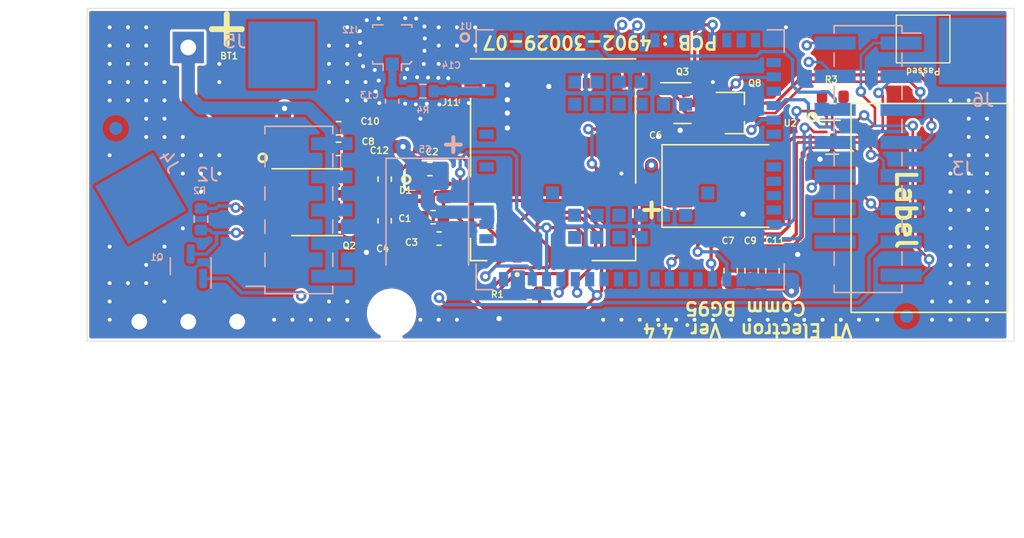
<source format=kicad_pcb>
(kicad_pcb (version 20240108) (generator "pcbnew") (generator_version "8.0")
  (layers (0 "F.Cu" signal) (1 "In1.Cu" signal) (2 "In2.Cu" signal) (31 "B.Cu" signal) (34 "B.Paste" user) (35 "F.Paste" user) (36 "B.SilkS" user "B.Silkscreen") (37 "F.SilkS" user "F.Silkscreen") (38 "B.Mask" user) (39 "F.Mask" user) (44 "Edge.Cuts" user))
  (net 0 "")
  (net 1 "GND")
  (net 5 "/uGND")
  (net 6 "/uRST")
  (net 7 "/uCLK")
  (net 8 "/uData")
  (net 9 "/uVDD")
  (net 10 "/VBAT")
  (net 11 "/uStatus")
  (net 12 "/uPWRKEY")
  (net 13 "/uDTR")
  (net 14 "/TxD")
  (net 15 "/RxD")
  (net 16 "/uDCD")
  (net 17 "/RF_OUT")
  (net 19 "/RXD")
  (net 20 "/TXD")
  (net 21 "/VDD_EXT")
  (net 22 "/DTR")
  (net 23 "/DCD")
  (net 24 "/PWRKEY")
  (net 25 "/Status")
  (net 26 "/Alim")
  (net 31 "Net-(Q1-C)")
  (net 32 "Net-(U2-OE)")
  (net 58 "/+3V6d")
  (net 59 "/+3V3_UC")
  (net 60 "/RF_OUT1")
  (net 62 "/T")
  (net 63 "/R")
  (net 64 "/D+")
  (net 65 "/D-")
  (net 66 "/Vbus")
  (footprint "Capacitor_SMD:C_0603_1608Metric" (layer "F.Cu") (at 30.51 -6.5 180)
    (property "Reference" "C1")
    (property "Value" "33p")
  )
  (footprint "Capacitor_SMD:C_0603_1608Metric" (layer "F.Cu") (at 30.26 -10.19 180)
    (property "Reference" "C2")
    (property "Value" "33p")
  )
  (footprint "Capacitor_SMD:C_0603_1608Metric" (layer "F.Cu") (at 30.9626 -4.86 180)
    (property "Reference" "C3")
    (property "Value" "33p")
  )
  (footprint "Capacitor_SMD:C_0603_1608Metric" (layer "F.Cu") (at 26.797 -6.223 -90)
    (property "Reference" "C4")
    (property "Value" "100n")
  )
  (footprint "Capacitor_Tantalum_SMD:CP_EIA-7361-38_AVX-V_Pad2.18x3.30mm_HandSolder" (layer "F.Cu") (at 52.578 -8.89)
    (property "Reference" "C6")
    (property "Value" "TAJD477K006RNJ")
  )
  (footprint "Capacitor_SMD:C_0603_1608Metric_Pad1.05x0.95mm_HandSolder" (layer "F.Cu") (at 53.3 -2.4 90)
    (property "Reference" "C7")
    (property "Value" "100n")
  )
  (footprint "Capacitor_SMD:C_0603_1608Metric_Pad1.05x0.95mm_HandSolder" (layer "F.Cu") (at 23.2664 -11.7348 180)
    (property "Reference" "C8")
    (property "Value" "100n")
  )
  (footprint "Capacitor_SMD:C_0603_1608Metric_Pad1.05x0.95mm_HandSolder" (layer "F.Cu") (at 54.9 -2.4 90)
    (property "Reference" "C9")
    (property "Value" "33p")
  )
  (footprint "Capacitor_SMD:C_0603_1608Metric_Pad1.05x0.95mm_HandSolder" (layer "F.Cu") (at 23.2664 -13.3096 180)
    (property "Reference" "C10")
    (property "Value" "33p")
  )
  (footprint "Capacitor_SMD:C_0603_1608Metric_Pad1.05x0.95mm_HandSolder" (layer "F.Cu") (at 56.5 -2.4 90)
    (property "Reference" "C11")
    (property "Value" "10p")
  )
  (footprint "Capacitor_SMD:C_0603_1608Metric_Pad1.05x0.95mm_HandSolder" (layer "F.Cu") (at 26.797 -9.412 -90)
    (property "Reference" "C12")
    (property "Value" "10p")
  )
  (footprint "Diode_SMD:SC70-6" (layer "F.Cu") (at 30.51 -8.4 -90)
    (property "Reference" "D1")
    (property "Value" "SMF05C.TCT" (hide yes))
  )
  (footprint "Package_SO:SOIC-8_3.9x4.9mm_P1.27mm" (layer "F.Cu") (at 21.625 -7.65)
    (property "Reference" "Q2")
    (property "Value" "AO4459" (hide yes))
  )
  (footprint "Package_TO_SOT_SMD:SOT-23" (layer "F.Cu") (at 53.594 -14.478)
    (property "Reference" "Q8")
    (property "Value" "DTC143TKAT146")
  )
  (footprint "Resistor_SMD:R_0603_1608Metric" (layer "F.Cu") (at 37.8714 -0.7112 180)
    (property "Reference" "R1")
    (property "Value" "15k")
  )
  (footprint "Connector_Molex:MOLEX_78646-3001" (layer "F.Cu") (at 39.7 -10.9 90)
    (property "Reference" "J11")
    (property "Value" "78646-3001")
  )
  (footprint "Package_DFN_QFN:Texas_R_PUQFN-N12" (layer "F.Cu") (at 61.075 -12.625)
    (property "Reference" "U2")
    (property "Value" "TXB0104RUT" (hide yes))
  )
  (footprint "Resistor_SMD:R_0603_1608Metric" (layer "F.Cu") (at 61.125 -15.725)
    (property "Reference" "R3")
    (property "Value" "4k7")
  )
  (footprint "Battery:HLC1520-3P" (layer "F.Cu") (at 11.75 -19.5 -90)
    (property "Reference" "BT1")
    (property "Value" "HLC1520-3P")
  )
  (footprint "MountingHole:MountingHole_2.5mm  Simpla" (layer "F.Cu") (at 27.3304 0.8636)
    (property "Reference" "H1" (hide yes))
    (property "Value" "MountingHole" (hide yes))
  )
  (footprint "Fiducial:Fiducial_1mm_Mask2mm" (layer "F.Cu") (at 72.2376 -20.2946)
    (property "Reference" "FID1" (hide yes))
    (property "Value" "Fiducial" (hide yes))
  )
  (footprint "Fiducial:Fiducial_1mm_Mask2mm" (layer "F.Cu") (at 6.223 -2.794)
    (property "Reference" "FID4" (hide yes))
    (property "Value" "Fiducial" (hide yes))
  )
  (footprint "Symbol:EtichetaDubla" (layer "F.Cu") (at 68.52 -7.21 -90)
    (property "Reference" "TP1" (hide yes))
    (property "Value" "Eticheta" (hide yes))
  )
  (footprint "Package_TO_SOT_SMD:SOT-23" (layer "F.Cu") (at 49.6085 -15.24)
    (property "Reference" "Q3")
    (property "Value" "DTC143TKAT146")
  )
  (footprint "BG95:XCVR_BG95M3LA-64-SGNS" (layer "B.Cu") (at 45.6 -10.9 -90)
    (property "Reference" "U1")
    (property "Value" "BG95")
  )
  (footprint "Capacitor_Tantalum_SMD:CP_EIA-7361-38_AVX-V_Pad2.18x3.30mm_HandSolder" (layer "B.Cu") (at 30.06 -6.48 -90)
    (property "Reference" "C5")
    (property "Value" "TAJD477K006RNJ")
  )
  (footprint "Connector_Coaxial:U.FL_Molex_MCRF_73412-0110_Vertical" (layer "B.Cu") (at 27.3812 -19.7358 180)
    (property "Reference" "J12")
    (property "Value" "CONUFL001-SMD-T" (hide yes))
  )
  (footprint "Connector_PinHeader_2.54mm:PinHeader_2x08_P2.54mm_Vertical_SMD_MOD" (layer "B.Cu") (at 63.825 -10.95 180)
    (property "Reference" "J3")
    (property "Value" "Conn_02x08_Counter_Clockwise")
  )
  (footprint "TestPoint:TestPoint_Pad_5.1x5.1mm" (layer "B.Cu") (at 18.8976 -18.931 180)
    (property "Reference" "J5")
    (property "Value" "Conn_01x01_Male" (hide yes))
  )
  (footprint "Fiducial:Fiducial_1mm_Mask2mm" (layer "B.Cu") (at 66.7766 1.0922 180)
    (property "Reference" "FID2" (hide yes))
    (property "Value" "Fiducial" (hide yes))
  )
  (footprint "Resistor_SMD:R_0603_1608Metric" (layer "B.Cu") (at 29.725 -16.15)
    (property "Reference" "R4")
    (property "Value" "0")
  )
  (footprint "Connector_PinHeader_2.54mm:PinHeader_2x05_P2.54mm_Vertical_SMD_MOD" (layer "B.Cu") (at 20.225 -7.05)
    (property "Reference" "J2")
    (property "Value" "Conn_02x05_Counter_Clockwise")
  )
  (footprint "Package_TO_SOT_SMD:SOT-23" (layer "B.Cu") (at 11.938 -2.7432 90)
    (property "Reference" "Q1")
    (property "Value" "DTC143TKAT146")
  )
  (footprint "Capacitor_SMD:C_0603_1608Metric" (layer "B.Cu") (at 27.375 -15.375 -90)
    (property "Reference" "C13")
    (property "Value" "DNP")
  )
  (footprint "TestPoint:TestPoint_Pad_5.1x5.1mm" (layer "B.Cu") (at 71.8058 -19.2278 180)
    (property "Reference" "J6")
    (property "Value" "Conn_01x01_Male" (hide yes))
  )
  (footprint "TestPoint:TestPoint_Pad_5.1x5.1mm" (layer "B.Cu") (at 8.1 -7.9502 120)
    (property "Reference" "J4")
    (property "Value" "Conn_01x01_Male" (hide yes))
  )
  (footprint "Resistor_SMD:R_0603_1608Metric" (layer "B.Cu") (at 12.7254 -6.35 -90)
    (property "Reference" "R2")
    (property "Value" "4k7" (hide yes))
  )
  (footprint "Fiducial:Fiducial_1mm_Mask2mm" (layer "B.Cu") (at 6.1976 -13.3096 180)
    (property "Reference" "FID3" (hide yes))
    (property "Value" "Fiducial" (hide yes))
  )
  (footprint "Capacitor_SMD:C_0603_1608Metric" (layer "B.Cu") (at 32 -15.375 -90)
    (property "Reference" "C14")
    (property "Value" "DNP")
  )
  (gr_circle (center 32.9438 -20.2692) (end 33.253847 -20.2692) (stroke (width 0.2)) (fill none) (layer "B.SilkS"))
  (gr_circle (center 28.448 -9.398) (end 28.758047 -9.398) (stroke (width 0.2)) (fill none) (layer "F.SilkS"))
  (gr_circle (center 59.563 -14.1732) (end 59.873047 -14.1732) (stroke (width 0.2)) (fill none) (layer "F.SilkS"))
  (gr_circle (center 17.4498 -11.049) (end 17.759847 -11.049) (stroke (width 0.2)) (fill none) (layer "F.SilkS"))
  (gr_rect (start 65.9826 -21.9776) (end 70.0974 -18.32) (stroke (width 0.1)) (fill none) (layer "F.SilkS"))
  (gr_line (start 4 -22.5) (end 4 3) (stroke (width 0.05)) (layer "Edge.Cuts"))
  (gr_line (start 75 3) (end 4 3) (stroke (width 0.05)) (layer "Edge.Cuts"))
  (gr_line (start 75 3) (end 75 -22.5) (stroke (width 0.05)) (layer "Edge.Cuts"))
  (gr_line (start 75 -22.5) (end 4 -22.5) (stroke (width 0.05)) (layer "Edge.Cuts"))
  (gr_text "+" (at 32.0548 -12.1666 0) (layer "B.SilkS") (effects (font (size 1.5 1.5) (thickness 0.3))))
  (gr_text "PCB : 4902-30029-07" (at 43.3 -19.89 180) (layer "F.SilkS") (effects (font (size 1 1) (thickness 0.2))))
  (gr_text "VT Electron  Ver. 4.4\n\n" (at 54.6 1.36 180) (layer "F.SilkS") (effects (font (size 1 1) (thickness 0.2))))
  (gr_text "Label" (at 66.72 -7.1 270) (layer "F.SilkS") (effects (font (size 1.5 1.5) (thickness 0.3))))
  (gr_text "Passed" (at 68.05 -17.68 180) (layer "F.SilkS") (effects (font (size 0.5 0.5) (thickness 0.1))))
  (gr_text "Comm BG95\n\n" (at 54.44 -0.33 180) (layer "F.SilkS") (effects (font (size 1 1) (thickness 0.2))))
  (gr_text "+" (at 47.244 -7.1628 0) (layer "F.SilkS") (effects (font (size 1.5 1.5) (thickness 0.3))))
  (segment (start 56.25 -3.25) (end 56.3 -3.2) (width 0.25) (layer "F.Cu") (net 1))
  (segment (start 55.7655 -8.2555) (end 54.25 -6.74) (width 0.25) (layer "F.Cu") (net 1))
  (segment (start 60.4066 -10.775) (end 60.25 -10.775) (width 0.25) (layer "F.Cu") (net 1))
  (segment (start 56.5 -3.275) (end 58.055 -3.275) (width 0.25) (layer "F.Cu") (net 1))
  (segment (start 53.3 -3.275) (end 54.875 -3.275) (width 0.25) (layer "F.Cu") (net 1))
  (segment (start 61.075 -11.825) (end 61.075 -11.025) (width 0.25) (layer "F.Cu") (net 1))
  (segment (start 55.7655 -8.89) (end 55.7655 -8.2555) (width 0.25) (layer "F.Cu") (net 1))
  (segment (start 60.825 -10.775) (end 60.4066 -10.775) (width 0.25) (layer "F.Cu") (net 1))
  (segment (start 49.43 -13.15) (end 49.808 -13.528) (width 0.25) (layer "F.Cu") (net 1))
  (segment (start 60.4066 -10.775) (end 60.3196 -10.775) (width 0.25) (layer "F.Cu") (net 1))
  (segment (start 58.432288 -3.647712) (end 58.432288 -3.644211) (width 0.25) (layer "F.Cu") (net 1))
  (segment (start 60.3196 -10.775) (end 60.1472 -10.9474) (width 0.25) (layer "F.Cu") (net 1))
  (segment (start 48.9 -13.15) (end 49.43 -13.15) (width 0.25) (layer "F.Cu") (net 1))
  (segment (start 60.25 -10.775) (end 60.225 -10.8) (width 0.25) (layer "F.Cu") (net 1))
  (segment (start 58.055 -3.275) (end 58.43 -3.65) (width 0.25) (layer "F.Cu") (net 1))
  (segment (start 48.671 -14.29) (end 48.671 -13.379) (width 0.25) (layer "F.Cu") (net 1))
  (segment (start 54.9 -3.275) (end 56.275 -3.275) (width 0.25) (layer "F.Cu") (net 1))
  (segment (start 48.671 -13.379) (end 48.9 -13.15) (width 0.25) (layer "F.Cu") (net 1))
  (segment (start 54.875 -3.275) (end 54.9 -3.25) (width 0.25) (layer "F.Cu") (net 1))
  (segment (start 49.808 -13.528) (end 52.594 -13.528) (width 0.25) (layer "F.Cu") (net 1))
  (segment (start 54.875 -3.275) (end 54.9 -3.3) (width 0.25) (layer "F.Cu") (net 1))
  (segment (start 58.43 -3.65) (end 58.432288 -3.647712) (width 0.25) (layer "F.Cu") (net 1))
  (segment (start 61.075 -11.025) (end 60.825 -10.775) (width 0.25) (layer "F.Cu") (net 1))
  (via (at 30.0228 -15.1892) (size 0.6) (drill 0.3) (layers "F.Cu" "B.Cu") (net 1))
  (via (at 22.533 -0.045394) (size 0.6) (drill 0.3) (layers "F.Cu" "B.Cu") (net 1))
  (via (at 12.733 -9.845394) (size 0.6) (drill 0.3) (layers "F.Cu" "B.Cu") (net 1))
  (via (at 71.533 -8.445394) (size 0.6) (drill 0.3) (layers "F.Cu" "B.Cu") (net 1))
  (via (at 58.933 1.354606) (size 0.6) (drill 0.3) (layers "F.Cu" "B.Cu") (net 1))
  (via (at 39.37 -16.51) (size 0.8) (drill 0.4) (layers "F.Cu" "B.Cu") (net 1))
  (via (at 26.3398 -16.9672) (size 0.6) (drill 0.3) (layers "F.Cu" "B.Cu") (net 1))
  (via (at 11.333 -11.245394) (size 0.6) (drill 0.3) (layers "F.Cu" "B.Cu") (net 1))
  (via (at 30.933 -18.245394) (size 0.6) (drill 0.3) (layers "F.Cu" "B.Cu") (net 1))
  (via (at 70.133 -8.445394) (size 0.6) (drill 0.3) (layers "F.Cu" "B.Cu") (net 1))
  (via (at 70.133 -7.045394) (size 0.6) (drill 0.3) (layers "F.Cu" "B.Cu") (net 1))
  (via (at 58.432288 -3.644211) (size 0.8) (drill 0.4) (layers "F.Cu" "B.Cu") (net 1))
  (via (at 28.5242 -17.8308) (size 0.6) (drill 0.3) (layers "F.Cu" "B.Cu") (net 1))
  (via (at 5.733 -4.245394) (size 0.6) (drill 0.3) (layers "F.Cu" "B.Cu") (net 1))
  (via (at 60.333 1.354606) (size 0.6) (drill 0.3) (layers "F.Cu" "B.Cu") (net 1))
  (via (at 29.533 -14.045394) (size 0.6) (drill 0.3) (layers "F.Cu" "B.Cu") (net 1))
  (via (at 32.333 1.354606) (size 0.6) (drill 0.3) (layers "F.Cu" "B.Cu") (net 1))
  (via (at 36.195 -13.335) (size 0.8) (drill 0.4) (layers "F.Cu" "B.Cu") (net 1))
  (via (at 11.333 -12.645394) (size 0.6) (drill 0.3) (layers "F.Cu" "B.Cu") (net 1))
  (via (at 70.133 -5.645394) (size 0.6) (drill 0.3) (layers "F.Cu" "B.Cu") (net 1))
  (via (at 26.035 -17.78) (size 0.6) (drill 0.3) (layers "F.Cu" "B.Cu") (net 1))
  (via (at 24.9174 -19.8628) (size 0.6) (drill 0.3) (layers "F.Cu" "B.Cu") (net 1))
  (via (at 72.933 -11.245394) (size 0.6) (drill 0.3) (layers "F.Cu" "B.Cu") (net 1))
  (via (at 72.933 1.354606) (size 0.6) (drill 0.3) (layers "F.Cu" "B.Cu") (net 1))
  (via (at 72.933 -4.245394) (size 0.6) (drill 0.3) (layers "F.Cu" "B.Cu") (net 1))
  (via (at 5.733 -11.245394) (size 0.6) (drill 0.3) (layers "F.Cu" "B.Cu") (net 1))
  (via (at 72.933 -9.845394) (size 0.6) (drill 0.3) (layers "F.Cu" "B.Cu") (net 1))
  (via (at 5.733 -21.045394) (size 0.6) (drill 0.3) (layers "F.Cu" "B.Cu") (net 1))
  (via (at 33.733 -21.045394) (size 0.6) (drill 0.3) (layers "F.Cu" "B.Cu") (net 1))
  (via (at 14.133 -18.245394) (size 0.6) (drill 0.3) (layers "F.Cu" "B.Cu") (net 1))
  (via (at 5.733 -19.645394) (size 0.6) (drill 0.3) (layers "F.Cu" "B.Cu") (net 1))
  (via (at 35.56 1.27) (size 0.8) (drill 0.4) (layers "F.Cu" "B.Cu") (net 1))
  (via (at 30.1244 -17.1958) (size 0.6) (drill 0.3) (layers "F.Cu" "B.Cu") (net 1))
  (via (at 29.7942 -18.2372) (size 0.6) (drill 0.3) (layers "F.Cu" "B.Cu") (net 1))
  (via (at 12.733 -8.445394) (size 0.6) (drill 0.3) (layers "F.Cu" "B.Cu") (net 1))
  (via (at 70.133 -11.245394) (size 0.6) (drill 0.3) (layers "F.Cu" "B.Cu") (net 1))
  (via (at 71.533 -1.445394) (size 0.6) (drill 0.3) (layers "F.Cu" "B.Cu") (net 1))
  (via (at 60.1472 -10.9474) (size 0.8) (drill 0.4) (layers "F.Cu" "B.Cu") (net 1))
  (via (at 22.533 -18.245394) (size 0.6) (drill 0.3) (layers "F.Cu" "B.Cu") (net 1))
  (via (at 29.533 1.354606) (size 0.6) (drill 0.3) (layers "F.Cu" "B.Cu") (net 1))
  (via (at 8.533 -16.845394) (size 0.6) (drill 0.3) (layers "F.Cu" "B.Cu") (net 1))
  (via (at 7.133 -21.045394) (size 0.6) (drill 0.3) (layers "F.Cu" "B.Cu") (net 1))
  (via (at 26.3906 -15.24) (size 0.6) (drill 0.3) (layers "F.Cu" "B.Cu") (net 1))
  (via (at 33.733 -19.645394) (size 0.6) (drill 0.3) (layers "F.Cu" "B.Cu") (net 1))
  (via (at 70.133 -9.845394) (size 0.6) (drill 0.3) (layers "F.Cu" "B.Cu") (net 1))
  (via (at 44.933 -9.845394) (size 0.6) (drill 0.3) (layers "F.Cu" "B.Cu") (net 1))
  (via (at 29.2862 -17.2212) (size 0.6) (drill 0.3) (layers "F.Cu" "B.Cu") (net 1))
  (via (at 9.933 -0.045394) (size 0.6) (drill 0.3) (layers "F.Cu" "B.Cu") (net 1))
  (via (at 8.533 -21.045394) (size 0.6) (drill 0.3) (layers "F.Cu" "B.Cu") (net 1))
  (via (at 70.133 1.354606) (size 0.6) (drill 0.3) (layers "F.Cu" "B.Cu") (net 1))
  (via (at 5.733 -1.445394) (size 0.6) (drill 0.3) (layers "F.Cu" "B.Cu") (net 1))
  (via (at 7.133 -1.445394) (size 0.6) (drill 0.3) (layers "F.Cu" "B.Cu") (net 1))
  (via (at 25.333 -16.845394) (size 0.6) (drill 0.3) (layers "F.Cu" "B.Cu") (net 1))
  (via (at 72.933 -5.645394) (size 0.6) (drill 0.3) (layers "F.Cu" "B.Cu") (net 1))
  (via (at 71.533 -9.845394) (size 0.6) (drill 0.3) (layers "F.Cu" "B.Cu") (net 1))
  (via (at 9.933 -15.445394) (size 0.6) (drill 0.3) (layers "F.Cu" "B.Cu") (net 1))
  (via (at 8.533 -15.445394) (size 0.6) (drill 0.3) (layers "F.Cu" "B.Cu") (net 1))
  (via (at 49.133 1.354606) (size 0.6) (drill 0.3) (layers "F.Cu" "B.Cu") (net 1))
  (via (at 14.133 -9.845394) (size 0.6) (drill 0.3) (layers "F.Cu" "B.Cu") (net 1))
  (via (at 57.533 -21.045394) (size 0.6) (drill 0.3) (layers "F.Cu" "B.Cu") (net 1))
  (via (at 31.6738 -17.145) (size 0.6) (drill 0.3) (layers "F.Cu" "B.Cu") (net 1))
  (via (at 8.533 -2.845394) (size 0.6) (drill 0.3) (layers "F.Cu" "B.Cu") (net 1))
  (via (at 28.3718 -15.1892) (size 0.6) (drill 0.3) (layers "F.Cu" "B.Cu") (net 1))
  (via (at 70.133 -0.045394) (size 0.6) (drill 0.3) (layers "F.Cu" "B.Cu") (net 1))
  (via (at 57.533 1.354606) (size 0.6) (drill 0.3) (layers "F.Cu" "B.Cu") (net 1))
  (via (at 9.933 -12.645394) (size 0.6) (drill 0.3) (layers "F.Cu" "B.Cu") (net 1))
  (via (at 25.333 -15.445394) (size 0.6) (drill 0.3) (layers "F.Cu" "B.Cu") (net 1))
  (via (at 32.333 -19.645394) (size 0.6) (drill 0.3) (layers "F.Cu" "B.Cu") (net 1))
  (via (at 72.933 -12.645394) (size 0.6) (drill 0.3) (layers "F.Cu" "B.Cu") (net 1))
  (via (at 36.195 -14.478) (size 0.8) (drill 0.4) (layers "F.Cu" "B.Cu") (net 1))
  (via (at 72.933 -7.045394) (size 0.6) (drill 0.3) (layers "F.Cu" "B.Cu") (net 1))
  (via (at 18.333 1.354606) (size 0.6) (drill 0.3) (layers "F.Cu" "B.Cu") (net 1))
  (via (at 71.533 1.354606) (size 0.6) (drill 0.3) (layers "F.Cu" "B.Cu") (net 1))
  (via (at 43.533 1.354606) (size 0.6) (drill 0.3) (layers "F.Cu" "B.Cu") (net 1))
  (via (at 7.133 -15.445394) (size 0.6) (drill 0.3) (layers "F.Cu" "B.Cu") (net 1))
  (via (at 30.9118 -17.1704) (size 0.6) (drill 0.3) (layers "F.Cu" "B.Cu") (net 1))
  (via (at 8.533 -14.045394) (size 0.6) (drill 0.3) (layers "F.Cu" "B.Cu") (net 1))
  (via (at 63.133 1.354606) (size 0.6) (drill 0.3) (layers "F.Cu" "B.Cu") (net 1))
  (via (at 26.3398 -21.717) (size 0.6) (drill 0.3) (layers "F.Cu" "B.Cu") (net 1))
  (via (at 12.733 -11.245394) (size 0.6) (drill 0.3) (layers "F.Cu" "B.Cu") (net 1))
  (via (at 8.533 -12.645394) (size 0.6) (drill 0.3) (layers "F.Cu" "B.Cu") (net 1))
  (via (at 68.733 1.354606) (size 0.6) (drill 0.3) (layers "F.Cu" "B.Cu") (net 1))
  (via (at 23.933 -16.845394) (size 0.6) (drill 0.3) (layers "F.Cu" "B.Cu") (net 1))
  (via (at 7.133 -18.245394) (size 0.6) (drill 0.3) (layers "F.Cu" "B.Cu") (net 1))
  (via (at 28.3464 -17.1704) (size 0.6) (drill 0.3) (layers "F.Cu" "B.Cu") (net 1))
  (via (at 22.533 1.354606) (size 0.6) (drill 0.3) (layers "F.Cu" "B.Cu") (net 1))
  (via (at 70.133 -1.445394) (size 0.6) (drill 0.3) (layers "F.Cu" "B.Cu") (net 1))
  (via (at 24.892 -18.923) (size 0.6) (drill 0.3) (layers "F.Cu" "B.Cu") (net 1))
  (via (at 7.133 -16.845394) (size 0.6) (drill 0.3) (layers "F.Cu" "B.Cu") (net 1))
  (via (at 8.533 -1.445394) (size 0.6) (drill 0.3) (layers "F.Cu" "B.Cu") (net 1))
  (via (at 71.533 -4.245394) (size 0.6) (drill 0.3) (layers "F.Cu" "B.Cu") (net 1))
  (via (at 23.933 1.354606) (size 0.6) (drill 0.3) (layers "F.Cu" "B.Cu") (net 1))
  (via (at 29.845 -19.2532) (size 0.6) (drill 0.3) (layers "F.Cu" "B.Cu") (net 1))
  (via (at 8.533 -18.245394) (size 0.6) (drill 0.3) (layers "F.Cu" "B.Cu") (net 1))
  (via (at 29.21 -21.717) (size 0.6) (drill 0.3) (layers "F.Cu" "B.Cu") (net 1))
  (via (at 30.933 1.354606) (size 0.6) (drill 0.3) (layers "F.Cu" "B.Cu") (net 1))
  (via (at 8.533 -19.645394) (size 0.6) (drill 0.3) (layers "F.Cu" "B.Cu") (net 1))
  (via (at 24.892 -20.7518) (size 0.6) (drill 0.3) (layers "F.Cu" "B.Cu") (net 1))
  (via (at 30.933 -19.645394) (size 0.6) (drill 0.3) (layers "F.Cu" "B.Cu") (net 1))
  (via (at 14.133 -11.245394) (size 0.6) (drill 0.3) (layers "F.Cu" "B.Cu") (net 1))
  (via (at 11.333 -5.645394) (size 0.6) (drill 0.3) (layers "F.Cu" "B.Cu") (net 1))
  (via (at 14.133 -16.845394) (size 0.6) (drill 0.3) (layers "F.Cu" "B.Cu") (net 1))
  (via (at 30.933 -21.045394) (size 0.6) (drill 0.3) (layers "F.Cu" "B.Cu") (net 1))
  (via (at 71.533 -12.645394) (size 0.6) (drill 0.3) (layers "F.Cu" "B.Cu") (net 1))
  (via (at 25.4 -3.81) (size 0.8) (drill 0.4) (layers "F.Cu" "B.Cu") (net 1))
  (via (at 36.195 -16.637) (size 0.8) (drill 0.4) (layers "F.Cu" "B.Cu") (net 1))
  (via (at 49.43 -13.15) (size 0.8) (drill 0.4) (layers "F.Cu" "B.Cu") (net 1))
  (via (at 36.195 -15.494) (size 0.8) (drill 0.4) (layers "F.Cu" "B.Cu") (net 1))
  (via (at 22.533 -19.645394) (size 0.6) (drill 0.3) (layers "F.Cu" "B.Cu") (net 1))
  (via (at 23.933 -19.645394) (size 0.6) (drill 0.3) (layers "F.Cu" "B.Cu") (net 1))
  (via (at 23.933 -21.045394) (size 0.6) (drill 0.3) (layers "F.Cu" "B.Cu") (net 1))
  (via (at 9.933 -4.245394) (size 0.6) (drill 0.3) (layers "F.Cu" "B.Cu") (net 1))
  (via (at 19.733 1.354606) (size 0.6) (drill 0.3) (layers "F.Cu" "B.Cu") (net 1))
  (via (at 70.133 -15.445394) (size 0.6) (drill 0.3) (layers "F.Cu" "B.Cu") (net 1))
  (via (at 72.933 -14.045394) (size 0.6) (drill 0.3) (layers "F.Cu" "B.Cu") (net 1))
  (via (at 44.933 1.354606) (size 0.6) (drill 0.3) (layers "F.Cu" "B.Cu") (net 1))
  (via (at 32.333 -21.045394) (size 0.6) (drill 0.3) (layers "F.Cu" "B.Cu") (net 1))
  (via (at 72.933 -0.045394) (size 0.6) (drill 0.3) (layers "F.Cu" "B.Cu") (net 1))
  (via (at 21.133 1.354606) (size 0.6) (drill 0.3) (layers "F.Cu" "B.Cu") (net 1))
  (via (at 56.133 1.354606) (size 0.6) (drill 0.3) (layers "F.Cu" "B.Cu") (net 1))
  (via (at 33.2486 -15.24) (size 0.6) (drill 0.3) (layers "F.Cu" "B.Cu") (net 1))
  (via (at 50.533 1.354606) (size 0.6) (drill 0.3) (layers "F.Cu" "B.Cu") (net 1))
  (via (at 71.533 -2.845394) (size 0.6) (drill 0.3) (layers "F.Cu" "B.Cu") (net 1))
  (via (at 25.4254 -21.59) (size 0.6) (drill 0.3) (layers "F.Cu" "B.Cu") (net 1))
  (via (at 5.733 1.354606) (size 0.6) (drill 0.3) (layers "F.Cu" "B.Cu") (net 1))
  (via (at 23.933 -18.245394) (size 0.6) (drill 0.3) (layers "F.Cu" "B.Cu") (net 1))
  (via (at 29.1846 -15.1384) (size 0.6) (drill 0.3) (layers "F.Cu" "B.Cu") (net 1))
  (via (at 71.533 -11.245394) (size 0.6) (drill 0.3) (layers "F.Cu" "B.Cu") (net 1))
  (via (at 71.533 -15.445394) (size 0.6) (drill 0.3) (layers "F.Cu" "B.Cu") (net 1))
  (via (at 5.733 -18.245394) (size 0.6) (drill 0.3) (layers "F.Cu" "B.Cu") (net 1))
  (via (at 29.845 -21.1074) (size 0.6) (drill 0.3) (layers "F.Cu" "B.Cu") (net 1))
  (via (at 26.1112 -16.129) (size 0.6) (drill 0.3) (layers "F.Cu" "B.Cu") (net 1))
  (via (at 47.733 1.354606) (size 0.6) (drill 0.3) (layers "F.Cu" "B.Cu") (net 1))
  (via (at 72.933 -8.445394) (size 0.6) (drill 0.3) (layers "F.Cu" "B.Cu") (net 1))
  (via (at 5.733 -15.445394) (size 0.6) (drill 0.3) (layers "F.Cu" "B.Cu") (net 1))
  (via (at 28.3718 -21.7424) (size 0.6) (drill 0.3) (layers "F.Cu" "B.Cu") (net 1))
  (via (at 54.25 -6.74) (size 0.8) (drill 0.4) (layers "F.Cu" "B.Cu") (net 1))
  (via (at 68.733 -0.045394) (size 0.6) (drill 0.3) (layers "F.Cu" "B.Cu") (net 1))
  (via (at 47.733 -12.645394) (size 0.6) (drill 0.3) (layers "F.Cu" "B.Cu") (net 1))
  (via (at 51.933 1.354606) (size 0.6) (drill 0.3) (layers "F.Cu" "B.Cu") (net 1))
  (via (at 71.533 -14.045394) (size 0.6) (drill 0.3) (layers "F.Cu" "B.Cu") (net 1))
  (via (at 22.533 -16.845394) (size 0.6) (drill 0.3) (layers "F.Cu" "B.Cu") (net 1))
  (via (at 64.533 1.354606) (size 0.6) (drill 0.3) (layers "F.Cu" "B.Cu") (net 1))
  (via (at 29.8704 -20.193) (size 0.6) (drill 0.3) (layers "F.Cu" "B.Cu") (net 1))
  (via (at 9.933 -14.045394) (size 0.6) (drill 0.3) (layers "F.Cu" "B.Cu") (net 1))
  (via (at 9.933 -16.845394) (size 0.6) (drill 0.3) (layers "F.Cu" "B.Cu") (net 1))
  (via (at 54.733 1.354606) (size 0.6) (drill 0.3) (layers "F.Cu" "B.Cu") (net 1))
  (via (at 72.933 -1.445394) (size 0.6) (drill 0.3) (layers "F.Cu" "B.Cu") (net 1))
  (via (at 23.933 -0.045394) (size 0.6) (drill 0.3) (layers "F.Cu" "B.Cu") (net 1))
  (via (at 71.533 -0.045394) (size 0.6) (drill 0.3) (layers "F.Cu" "B.Cu") (net 1))
  (via (at 7.133 -19.645394) (size 0.6) (drill 0.3) (layers "F.Cu" "B.Cu") (net 1))
  (via (at 46.333 1.354606) (size 0.6) (drill 0.3) (layers "F.Cu" "B.Cu") (net 1))
  (via (at 70.133 -2.845394) (size 0.6) (drill 0.3) (layers "F.Cu" "B.Cu") (net 1))
  (via (at 5.733 -16.845394) (size 0.6) (drill 0.3) (layers "F.Cu" "B.Cu") (net 1))
  (via (at 71.533 -7.045394) (size 0.6) (drill 0.3) (layers "F.Cu" "B.Cu") (net 1))
  (via (at 25.146 -18.0594) (size 0.6) (drill 0.3) (layers "F.Cu" "B.Cu") (net 1))
  (via (at 72.933 -2.845394) (size 0.6) (drill 0.3) (layers "F.Cu" "B.Cu") (net 1))
  (via (at 70.133 -4.245394) (size 0.6) (drill 0.3) (layers "F.Cu" "B.Cu") (net 1))
  (via (at 61.733 1.354606) (size 0.6) (drill 0.3) (layers "F.Cu" "B.Cu") (net 1))
  (via (at 5.733 -0.045394) (size 0.6) (drill 0.3) (layers "F.Cu" "B.Cu") (net 1))
  (via (at 30.988 -15.1384) (size 0.6) (drill 0.3) (layers "F.Cu" "B.Cu") (net 1))
  (via (at 11.333 -9.845394) (size 0.6) (drill 0.3) (layers "F.Cu" "B.Cu") (net 1))
  (via (at 53.333 1.354606) (size 0.6) (drill 0.3) (layers "F.Cu" "B.Cu") (net 1))
  (via (at 23.933 -15.445394) (size 0.6) (drill 0.3) (layers "F.Cu" "B.Cu") (net 1))
  (via (at 51.933 -16.845394) (size 0.6) (drill 0.3) (layers "F.Cu" "B.Cu") (net 1))
  (segment (start 33.43 -7.775) (end 35.925 -7.775) (width 0.25) (layer "F.Cu") (net 5))
  (segment (start 35.675 -4.725) (end 34.5 -5.9) (width 0.25) (layer "F.Cu") (net 5))
  (segment (start 43.025 -7.775) (end 43.025 -10.25) (width 0.25) (layer "F.Cu") (net 5))
  (segment (start 42.4 -13.25) (end 45.175 -13.25) (width 0.25) (layer "F.Cu") (net 5))
  (segment (start 28.01 -6.9) (end 28.41 -6.5) (width 0.25) (layer "F.Cu") (net 5))
  (segment (start 34.5 -5.9) (end 33.6 -5.9) (width 0.25) (layer "F.Cu") (net 5))
  (segment (start 29.4725 -10.19) (end 29.4725 -10.9225) (width 0.25) (layer "F.Cu") (net 5))
  (segment (start 36.795 -7.775) (end 43.025 -7.775) (width 0.25) (layer "F.Cu") (net 5))
  (segment (start 45.24 -17.9) (end 45.805 -17.335) (width 0.25) (layer "F.Cu") (net 5))
  (segment (start 28.41 -6.5) (end 29.61 -6.5) (width 0.25) (layer "F.Cu") (net 5))
  (segment (start 28.11 -8.4) (end 28.01 -8.3) (width 0.25) (layer "F.Cu") (net 5))
  (segment (start 27.8995 -7.0105) (end 28.01 -6.9) (width 0.25) (layer "F.Cu") (net 5))
  (segment (start 26.797 -7.0105) (end 27.8995 -7.0105) (width 0.25) (layer "F.Cu") (net 5))
  (segment (start 29.6 -11.05) (end 29.01 -11.05) (width 0.25) (layer "F.Cu") (net 5))
  (segment (start 32.78548 -11.05) (end 29.6 -11.05) (width 0.25) (layer "F.Cu") (net 5))
  (segment (start 45.925 -7.775) (end 46 -7.7) (width 0.25) (layer "F.Cu") (net 5))
  (segment (start 29.4725 -10.9225) (end 29.6 -11.05) (width 0.25) (layer "F.Cu") (net 5))
  (segment (start 35.55 -17.9) (end 45.24 -17.9) (width 0.25) (layer "F.Cu") (net 5))
  (segment (start 46 -7.7) (end 46 -5.8) (width 0.25) (layer "F.Cu") (net 5))
  (segment (start 29.7225 -5.3126) (end 30.1751 -4.86) (width 0.25) (layer "F.Cu") (net 5))
  (segment (start 35.675 -3.605) (end 35.675 -3.135) (width 0.25) (layer "F.Cu") (net 5))
  (segment (start 29.01 -11.05) (end 28.16 -10.2) (width 0.25) (layer "F.Cu") (net 5))
  (segment (start 43.025 -10.25) (end 42.675 -10.6) (width 0.25) (layer "F.Cu") (net 5))
  (segment (start 35.675 -3.605) (end 35.675 -4.725) (width 0.25) (layer "F.Cu") (net 5))
  (segment (start 28.01 -10.05) (end 28.01 -8.3) (width 0.25) (layer "F.Cu") (net 5))
  (segment (start 45.805 -13.88) (end 45.805 -17.335) (width 0.25) (layer "F.Cu") (net 5))
  (segment (start 43.025 -7.775) (end 45.925 -7.775) (width 0.25) (layer "F.Cu") (net 5))
  (segment (start 35.925 -7.775) (end 36.795 -7.775) (width 0.25) (layer "F.Cu") (net 5))
  (segment (start 34.985 -17.335) (end 35.55 -17.9) (width 0.25) (layer "F.Cu") (net 5))
  (segment (start 33.4 -5.9) (end 33.4 -7.8) (width 0.25) (layer "F.Cu") (net 5))
  (segment (start 33.6 -5.9) (end 33.4 -5.9) (width 0.25) (layer "F.Cu") (net 5))
  (segment (start 29.7225 -6.5) (end 29.7225 -5.3126) (width 0.25) (layer "F.Cu") (net 5))
  (segment (start 33.43 -10.40548) (end 32.78548 -11.05) (width 0.25) (layer "F.Cu") (net 5))
  (segment (start 28.01 -6.9) (end 28.01 -8.3) (width 0.25) (layer "F.Cu") (net 5))
  (segment (start 35.675 -3.135) (end 35.675 -3.125) (width 0.25) (layer "F.Cu") (net 5))
  (segment (start 29.56 -8.4) (end 28.11 -8.4) (width 0.25) (layer "F.Cu") (net 5))
  (segment (start 45.175 -13.25) (end 45.805 -13.88) (width 0.25) (layer "F.Cu") (net 5))
  (segment (start 28.16 -10.2) (end 28.01 -10.05) (width 0.25) (layer "F.Cu") (net 5))
  (segment (start 33.595 -17.335) (end 34.985 -17.335) (width 0.25) (layer "F.Cu") (net 5))
  (segment (start 33.43 -7.775) (end 33.43 -10.40548) (width 0.25) (layer "F.Cu") (net 5))
  (segment (start 35.675 -3.125) (end 34.51 -1.96) (width 0.25) (layer "F.Cu") (net 5))
  (via (at 42.675 -10.6) (size 0.8) (drill 0.4) (layers "F.Cu" "B.Cu") (net 5))
  (via (at 34.51 -1.96) (size 0.8) (drill 0.4) (layers "F.Cu" "B.Cu") (net 5))
  (via (at 42.4 -13.25) (size 0.8) (drill 0.4) (layers "F.Cu" "B.Cu") (net 5))
  (segment (start 42.675 -12.975) (end 42.4 -13.25) (width 0.25) (layer "B.Cu") (net 5))
  (segment (start 35.31 -2.76) (end 37.69 -2.76) (width 0.25) (layer "B.Cu") (net 5))
  (segment (start 38.1 -2.35) (end 38.1 -1.75) (width 0.25) (layer "B.Cu") (net 5))
  (segment (start 42.675 -10.6) (end 42.675 -12.975) (width 0.25) (layer "B.Cu") (net 5))
  (segment (start 34.51 -1.96) (end 35.31 -2.76) (width 0.25) (layer "B.Cu") (net 5))
  (segment (start 37.69 -2.76) (end 38.1 -2.35) (width 0.25) (layer "B.Cu") (net 5))
  (segment (start 32.38 -6.5) (end 32.87 -6.01) (width 0.25) (layer "F.Cu") (net 6))
  (segment (start 36.59 -2.63) (end 39.32 -2.63) (width 0.25) (layer "F.Cu") (net 6))
  (segment (start 42.95 -5.38) (end 42.95 -2.980978) (width 0.25) (layer "F.Cu") (net 6))
  (segment (start 32.87 -2.38) (end 34.05 -1.2) (width 0.25) (layer "F.Cu") (net 6))
  (segment (start 41.905489 -6.424511) (end 42.95 -5.38) (width 0.25) (layer "F.Cu") (net 6))
  (segment (start 31.2975 -6.5) (end 31.2975 -7.5875) (width 0.25) (layer "F.Cu") (net 6))
  (segment (start 41.54 -1.570978) (end 41.54 -0.719989) (width 0.25) (layer "F.Cu") (net 6))
  (segment (start 38.475489 -5.104511) (end 38.475489 -6.000103) (width 0.25) (layer "F.Cu") (net 6))
  (segment (start 39.485 -4.095) (end 38.475489 -5.104511) (width 0.25) (layer "F.Cu") (net 6))
  (segment (start 32.87 -6.01) (end 32.87 -2.38) (width 0.25) (layer "F.Cu") (net 6))
  (segment (start 34.05 -1.2) (end 35.16 -1.2) (width 0.25) (layer "F.Cu") (net 6))
  (segment (start 39.485 -3.605) (end 39.485 -4.095) (width 0.25) (layer "F.Cu") (net 6))
  (segment (start 35.16 -1.2) (end 36.59 -2.63) (width 0.25) (layer "F.Cu") (net 6))
  (segment (start 39.32 -2.63) (end 39.485 -2.795) (width 0.25) (layer "F.Cu") (net 6))
  (segment (start 39.485 -2.795) (end 39.485 -3.605) (width 0.25) (layer "F.Cu") (net 6))
  (segment (start 38.899897 -6.424511) (end 41.905489 -6.424511) (width 0.25) (layer "F.Cu") (net 6))
  (segment (start 38.475489 -6.000103) (end 38.899897 -6.424511) (width 0.25) (layer "F.Cu") (net 6))
  (segment (start 31.2975 -6.5) (end 32.38 -6.5) (width 0.25) (layer "F.Cu") (net 6))
  (segment (start 31.2975 -7.5875) (end 31.46 -7.75) (width 0.25) (layer "F.Cu") (net 6))
  (segment (start 42.95 -2.980978) (end 41.54 -1.570978) (width 0.25) (layer "F.Cu") (net 6))
  (via (at 41.54 -0.719989) (size 0.8) (drill 0.4) (layers "F.Cu" "B.Cu") (net 6))
  (segment (start 41.4 -0.67) (end 41.449989 -0.719989) (width 0.25) (layer "B.Cu") (net 6))
  (segment (start 41.4 -1.75) (end 41.4 -0.67) (width 0.25) (layer "B.Cu") (net 6))
  (segment (start 41.449989 -0.719989) (end 41.54 -0.719989) (width 0.25) (layer "B.Cu") (net 6))
  (segment (start 32.33 -9.05) (end 32.58 -9.3) (width 0.25) (layer "F.Cu") (net 7))
  (segment (start 41.5 -5.7) (end 39.2 -5.7) (width 0.25) (layer "F.Cu") (net 7))
  (segment (start 42.025 -5.175) (end 41.5 -5.7) (width 0.25) (layer "F.Cu") (net 7))
  (segment (start 31.46 -9.05) (end 32.33 -9.05) (width 0.25) (layer "F.Cu") (net 7))
  (segment (start 31.0475 -9.4625) (end 31.46 -9.05) (width 0.25) (layer "F.Cu") (net 7))
  (segment (start 31.0475 -10.19) (end 31.0475 -9.4625) (width 0.25) (layer "F.Cu") (net 7))
  (segment (start 42.025 -3.605) (end 42.025 -5.175) (width 0.25) (layer "F.Cu") (net 7))
  (segment (start 32.58 -9.3) (end 32.58 -9.9) (width 0.25) (layer "F.Cu") (net 7))
  (via (at 32.58 -9.9) (size 0.8) (drill 0.4) (layers "F.Cu" "B.Cu") (net 7))
  (via (at 39.2 -5.7) (size 0.8) (drill 0.4) (layers "F.Cu" "B.Cu") (net 7))
  (segment (start 36.91 -7.14) (end 38.35 -5.7) (width 0.25) (layer "B.Cu") (net 7))
  (segment (start 36.53 -11.5) (end 36.91 -11.12) (width 0.25) (layer "B.Cu") (net 7))
  (segment (start 32.58 -9.9) (end 32.58 -10.94) (width 0.25) (layer "B.Cu") (net 7))
  (segment (start 32.58 -10.94) (end 33.14 -11.5) (width 0.25) (layer "B.Cu") (net 7))
  (segment (start 33.14 -11.5) (end 36.53 -11.5) (width 0.25) (layer "B.Cu") (net 7))
  (segment (start 36.91 -11.12) (end 36.91 -7.14) (width 0.25) (layer "B.Cu") (net 7))
  (segment (start 39.2 -1.9) (end 39.3 -1.8) (width 0.25) (layer "B.Cu") (net 7))
  (segment (start 39.2 -5.7) (end 39.2 -1.9) (width 0.25) (layer "B.Cu") (net 7))
  (segment (start 38.35 -5.7) (end 39.2 -5.7) (width 0.25) (layer "B.Cu") (net 7))
  (segment (start 40.50048 -2.18048) (end 37.18168 -2.18048) (width 0.25) (layer "F.Cu") (net 8))
  (segment (start 31.7501 -2.8701) (end 31.7501 -4.86) (width 0.25) (layer "F.Cu") (net 8))
  (segment (start 37.0839 -2.0827) (end 37.18168 -2.18048) (width 0.25) (layer "F.Cu") (net 8))
  (segment (start 40.13 -0.72) (end 40.755 -1.345) (width 0.25) (layer "F.Cu") (net 8))
  (segment (start 40.755 -2.435) (end 40.50048 -2.18048) (width 0.25) (layer "F.Cu") (net 8))
  (segment (start 40.755 -2.435) (end 40.755 -3.605) (width 0.25) (layer "F.Cu") (net 8))
  (segment (start 36.84048 -2.18048) (end 35.41 -0.75) (width 0.25) (layer "F.Cu") (net 8))
  (segment (start 31.46 -8.4) (end 30.81 -8.4) (width 0.25) (layer "F.Cu") (net 8))
  (segment (start 30.81 -8.4) (end 30.52 -8.11) (width 0.25) (layer "F.Cu") (net 8))
  (segment (start 30.8102 -5.5626) (end 31.3436 -5.5626) (width 0.25) (layer "F.Cu") (net 8))
  (segment (start 33.864283 -0.75) (end 32.42048 -2.193803) (width 0.25) (layer "F.Cu") (net 8))
  (segment (start 37.0839 -0.7112) (end 37.0839 -2.0827) (width 0.25) (layer "F.Cu") (net 8))
  (segment (start 30.52 -8.11) (end 30.52 -5.8528) (width 0.25) (layer "F.Cu") (net 8))
  (segment (start 31.7501 -5.1561) (end 31.7501 -4.86) (width 0.25) (layer "F.Cu") (net 8))
  (segment (start 32.42048 -2.19972) (end 31.7501 -2.8701) (width 0.25) (layer "F.Cu") (net 8))
  (segment (start 31.3436 -5.5626) (end 31.7501 -5.1561) (width 0.25) (layer "F.Cu") (net 8))
  (segment (start 40.755 -1.345) (end 40.755 -2.435) (width 0.25) (layer "F.Cu") (net 8))
  (segment (start 32.42048 -2.193803) (end 32.42048 -2.19972) (width 0.25) (layer "F.Cu") (net 8))
  (segment (start 30.52 -5.8528) (end 30.8102 -5.5626) (width 0.25) (layer "F.Cu") (net 8))
  (segment (start 35.41 -0.75) (end 33.864283 -0.75) (width 0.25) (layer "F.Cu") (net 8))
  (segment (start 37.18168 -2.18048) (end 36.84048 -2.18048) (width 0.25) (layer "F.Cu") (net 8))
  (via (at 40.13 -0.72) (size 0.8) (drill 0.4) (layers "F.Cu" "B.Cu") (net 8))
  (segment (start 40.3 -1.75) (end 40.3 -0.89) (width 0.25) (layer "B.Cu") (net 8))
  (segment (start 40.3 -0.89) (end 40.13 -0.72) (width 0.25) (layer "B.Cu") (net 8))
  (segment (start 38.6589 0.3303) (end 38.7604 0.4318) (width 0.25) (layer "F.Cu") (net 9))
  (segment (start 43.07 -0.53) (end 43.41 -0.87) (width 0.25) (layer "F.Cu") (net 9))
  (segment (start 38.7604 0.4318) (end 42.1082 0.4318) (width 0.25) (layer "F.Cu") (net 9))
  (segment (start 29.6926 -3.937) (end 28.1941 -5.4355) (width 0.25) (layer "F.Cu") (net 9))
  (segment (start 28.1941 -5.4355) (end 26.797 -5.4355) (width 0.25) (layer "F.Cu") (net 9))
  (segment (start 36.945 -5.945) (end 36.945 -3.605) (width 0.25) (layer "F.Cu") (net 9))
  (segment (start 31.1912 -3.5052) (end 30.7594 -3.937) (width 0.25) (layer "F.Cu") (net 9))
  (segment (start 31.1912 -2.7432) (end 31.1912 -3.5052) (width 0.25) (layer "F.Cu") (net 9))
  (segment (start 30.7594 -3.937) (end 29.6926 -3.937) (width 0.25) (layer "F.Cu") (net 9))
  (segment (start 43.41 -0.87) (end 43.41 -5.61) (width 0.25) (layer "F.Cu") (net 9))
  (segment (start 37.874031 -6.874031) (end 36.945 -5.945) (width 0.25) (layer "F.Cu") (net 9))
  (segment (start 42.1082 0.4318) (end 43.07 -0.53) (width 0.25) (layer "F.Cu") (net 9))
  (segment (start 34.3662 0.4318) (end 31.1912 -2.7432) (width 0.25) (layer "F.Cu") (net 9))
  (segment (start 38.6589 -0.7112) (end 38.6589 0.3303) (width 0.25) (layer "F.Cu") (net 9))
  (segment (start 43.41 -5.61) (end 42.145969 -6.874031) (width 0.25) (layer "F.Cu") (net 9))
  (segment (start 38.7604 0.4318) (end 34.3662 0.4318) (width 0.25) (layer "F.Cu") (net 9))
  (segment (start 42.145969 -6.874031) (end 37.874031 -6.874031) (width 0.25) (layer "F.Cu") (net 9))
  (via (at 43.07 -0.53) (size 0.8) (drill 0.4) (layers "F.Cu" "B.Cu") (net 9))
  (segment (start 42.5 -1.75) (end 42.5 -1.1) (width 0.25) (layer "B.Cu") (net 9))
  (segment (start 42.5 -1.1) (end 43.07 -0.53) (width 0.25) (layer "B.Cu") (net 9))
  (segment (start 24.1 -7.015) (end 24.1 -5.745) (width 1) (layer "F.Cu") (net 10))
  (segment (start 26.835 -10.325) (end 26.797 -10.287) (width 1) (layer "F.Cu") (net 10))
  (segment (start 26.835 -11.9) (end 26.835 -10.325) (width 1) (layer "F.Cu") (net 10))
  (segment (start 28.2 -11.9) (end 26.835 -11.9) (width 1) (layer "F.Cu") (net 10))
  (segment (start 47.23398 -10.49102) (end 47.23398 -9.40802) (width 1) (layer "F.Cu") (net 10))
  (segment (start 24.1414 -11.7348) (end 24.1414 -13.3096) (width 1) (layer "F.Cu") (net 10))
  (segment (start 47.752 -8.89) (end 49.3905 -8.89) (width 1) (layer "F.Cu") (net 10))
  (segment (start 24.1 -9.555) (end 24.1 -8.285) (width 1) (layer "F.Cu") (net 10))
  (segment (start 26.835 -11.9) (end 24.3066 -11.9) (width 1) (layer "F.Cu") (net 10))
  (segment (start 24.1 -9.555) (end 24.1 -11.6934) (width 1) (layer "F.Cu") (net 10))
  (segment (start 47.23398 -9.40802) (end 47.752 -8.89) (width 1) (layer "F.Cu") (net 10))
  (segment (start 53.3 -1.525) (end 54.475 -1.525) (width 1) (layer "F.Cu") (net 10))
  (segment (start 56.5 -1.525) (end 57.265 -1.525) (width 1) (layer "F.Cu") (net 10))
  (segment (start 57.265 -1.525) (end 57.96 -0.83) (width 1) (layer "F.Cu") (net 10))
  (segment (start 53.3 -1.525) (end 56.5 -1.525) (width 1) (layer "F.Cu") (net 10))
  (segment (start 24.1 -11.6934) (end 24.1414 -11.7348) (width 1) (layer "F.Cu") (net 10))
  (segment (start 24.1 -8.285) (end 24.1 -7.015) (width 1) (layer "F.Cu") (net 10))
  (segment (start 54.475 -1.525) (end 54.5 -1.5) (width 1) (layer "F.Cu") (net 10))
  (segment (start 54.825 -1.525) (end 54.9 -1.6) (width 1) (layer "F.Cu") (net 10))
  (segment (start 24.3066 -11.9) (end 24.1414 -11.7348) (width 1) (layer "F.Cu") (net 10))
  (via (at 57.96 -0.83) (size 0.8) (drill 0.4) (layers "F.Cu" "B.Cu") (net 10))
  (via (at 47.23398 -10.49102) (size 0.8) (drill 0.4) (layers "F.Cu" "B.Cu") (net 10))
  (via (at 28.2 -11.9) (size 1.2) (drill 0.4) (layers "F.Cu" "B.Cu") (net 10))
  (segment (start 54.35 -1.75) (end 54.3 -1.7) (width 1) (layer "B.Cu") (net 10))
  (segment (start 30.06 -7.52) (end 30.06 -9.6675) (width 1) (layer "B.Cu") (net 10))
  (segment (start 30.680001 -6.899999) (end 30.06 -7.52) (width 1) (layer "B.Cu") (net 10))
  (segment (start 28.2 -11.9) (end 28.2 -11.5275) (width 1) (layer "B.Cu") (net 10))
  (segment (start 55.2 -1.75) (end 54.35 -1.75) (width 1) (layer "B.Cu") (net 10))
  (segment (start 34.7 -6.2) (end 34.7 -6.899999) (width 1) (layer "B.Cu") (net 10))
  (segment (start 34.7 -6.899999) (end 30.680001 -6.899999) (width 1) (layer "B.Cu") (net 10))
  (segment (start 28.2 -11.5275) (end 30.06 -9.6675) (width 1) (layer "B.Cu") (net 10))
  (segment (start 55.2 -1.75) (end 58.05 -1.75) (width 1) (layer "B.Cu") (net 10))
  (segment (start 58.05 -1.75) (end 58.05 -0.92) (width 1) (layer "B.Cu") (net 10))
  (segment (start 58.05 -0.92) (end 57.96 -0.83) (width 1) (layer "B.Cu") (net 10))
  (segment (start 67.05 -16.875) (end 67.825 -16.1) (width 0.2) (layer "F.Cu") (net 11))
  (segment (start 59.125 -16.875) (end 67.05 -16.875) (width 0.2) (layer "F.Cu") (net 11))
  (segment (start 54.594 -14.478) (end 56.728 -14.478) (width 0.2) (layer "F.Cu") (net 11))
  (segment (start 56.728 -14.478) (end 59.125 -16.875) (width 0.2) (layer "F.Cu") (net 11))
  (via (at 67.825 -16.1) (size 0.8) (drill 0.4) (layers "F.Cu" "B.Cu") (net 11))
  (segment (start 67.21 -14.76) (end 67.825 -15.375) (width 0.2) (layer "B.Cu") (net 11))
  (segment (start 67.825 -15.375) (end 67.825 -16.1) (width 0.2) (layer "B.Cu") (net 11))
  (segment (start 66.35 -14.76) (end 67.21 -14.76) (width 0.2) (layer "B.Cu") (net 11))
  (segment (start 48.671 -16.19) (end 49.48398 -15.37702) (width 0.25) (layer "F.Cu") (net 12))
  (segment (start 58.9 -17.4) (end 67.75 -17.4) (width 0.25) (layer "F.Cu") (net 12))
  (segment (start 67.75 -17.4) (end 68.675 -16.475) (width 0.25) (layer "F.Cu") (net 12))
  (segment (start 56.74 -15.24) (end 58.9 -17.4) (width 0.25) (layer "F.Cu") (net 12))
  (segment (start 49.48398 -15.37702) (end 49.48398 -14.893448) (width 0.25) (layer "F.Cu") (net 12))
  (segment (start 49.899428 -14.478) (end 52.860511 -14.478) (width 0.25) (layer "F.Cu") (net 12))
  (segment (start 52.860511 -14.478) (end 53.086 -14.703489) (width 0.25) (layer "F.Cu") (net 12))
  (segment (start 53.848 -15.24) (end 56.74 -15.24) (width 0.25) (layer "F.Cu") (net 12))
  (segment (start 49.48398 -14.893448) (end 49.899428 -14.478) (width 0.25) (layer "F.Cu") (net 12))
  (segment (start 53.086 -14.703489) (end 53.311489 -14.703489) (width 0.25) (layer "F.Cu") (net 12))
  (segment (start 68.675 -16.475) (end 68.675 -13.5) (width 0.25) (layer "F.Cu") (net 12))
  (segment (start 53.311489 -14.703489) (end 53.848 -15.24) (width 0.25) (layer "F.Cu") (net 12))
  (via (at 68.675 -13.5) (size 0.8) (drill 0.4) (layers "F.Cu" "B.Cu") (net 12))
  (segment (start 68.7 -13.475) (end 68.675 -13.5) (width 0.2) (layer "B.Cu") (net 12))
  (segment (start 66.35 -12.22) (end 68.17 -12.22) (width 0.2) (layer "B.Cu") (net 12))
  (segment (start 68.7 -12.75) (end 68.7 -13.475) (width 0.2) (layer "B.Cu") (net 12))
  (segment (start 68.17 -12.22) (end 68.7 -12.75) (width 0.2) (layer "B.Cu") (net 12))
  (segment (start 64.1 -13.425) (end 63.475 -13.425) (width 0.2) (layer "F.Cu") (net 13))
  (segment (start 64.35 -14.875) (end 64.35 -13.675) (width 0.2) (layer "F.Cu") (net 13))
  (segment (start 63.475 -13.425) (end 63.075 -13.025) (width 0.2) (layer "F.Cu") (net 13))
  (segment (start 64.35 -13.675) (end 64.1 -13.425) (width 0.2) (layer "F.Cu") (net 13))
  (segment (start 63.975 -15.25) (end 64.35 -14.875) (width 0.2) (layer "F.Cu") (net 13))
  (segment (start 63.975 -15.25) (end 63.275 -15.95) (width 0.2) (layer "F.Cu") (net 13))
  (segment (start 63.075 -13.025) (end 61.725 -13.025) (width 0.2) (layer "F.Cu") (net 13))
  (segment (start 63.275 -15.95) (end 63.275 -16.125) (width 0.2) (layer "F.Cu") (net 13))
  (via (at 63.275 -16.125) (size 0.8) (drill 0.4) (layers "F.Cu" "B.Cu") (net 13))
  (segment (start 64.215 -19.84) (end 66.35 -19.84) (width 0.2) (layer "B.Cu") (net 13))
  (segment (start 63.275 -16.125) (end 63.275 -18.9) (width 0.2) (layer "B.Cu") (net 13))
  (segment (start 63.275 -18.9) (end 64.215 -19.84) (width 0.2) (layer "B.Cu") (net 13))
  (segment (start 61.725 -12.225) (end 63.6 -12.225) (width 0.2) (layer "F.Cu") (net 14))
  (segment (start 64.05 -11.775) (end 64.05 -11.275) (width 0.2) (layer "F.Cu") (net 14))
  (segment (start 63.6 -12.225) (end 64.05 -11.775) (width 0.2) (layer "F.Cu") (net 14))
  (via (at 64.05 -11.275) (size 0.8) (drill 0.4) (layers "F.Cu" "B.Cu") (net 14))
  (segment (start 65 -10.225) (end 65 -10.825) (width 0.2) (layer "B.Cu") (net 14))
  (segment (start 64.55 -11.275) (end 64.05 -11.275) (width 0.2) (layer "B.Cu") (net 14))
  (segment (start 65 -10.825) (end 64.55 -11.275) (width 0.2) (layer "B.Cu") (net 14))
  (segment (start 65.545 -9.68) (end 65 -10.225) (width 0.2) (layer "B.Cu") (net 14))
  (segment (start 66.35 -9.68) (end 65.545 -9.68) (width 0.2) (layer "B.Cu") (net 14))
  (segment (start 63.175 -11.275) (end 63.175 -8.425) (width 0.2) (layer "F.Cu") (net 15))
  (segment (start 61.725 -11.825) (end 62.625 -11.825) (width 0.2) (layer "F.Cu") (net 15))
  (segment (start 63.175 -8.425) (end 64.05 -7.55) (width 0.2) (layer "F.Cu") (net 15))
  (segment (start 62.625 -11.825) (end 63.175 -11.275) (width 0.2) (layer "F.Cu") (net 15))
  (via (at 64.05 -7.55) (size 0.8) (drill 0.4) (layers "F.Cu" "B.Cu") (net 15))
  (segment (start 64.46 -7.14) (end 64.05 -7.55) (width 0.2) (layer "B.Cu") (net 15))
  (segment (start 66.35 -7.14) (end 64.46 -7.14) (width 0.2) (layer "B.Cu") (net 15))
  (segment (start 61.725 -12.625) (end 64.35 -12.625) (width 0.2) (layer "F.Cu") (net 16))
  (segment (start 64.95 -15.8) (end 64.725 -16.025) (width 0.2) (layer "F.Cu") (net 16))
  (segment (start 64.35 -12.625) (end 64.95 -13.225) (width 0.2) (layer "F.Cu") (net 16))
  (segment (start 64.725 -16.025) (end 64.625 -16.025) (width 0.2) (layer "F.Cu") (net 16))
  (segment (start 64.95 -13.225) (end 64.95 -15.8) (width 0.2) (layer "F.Cu") (net 16))
  (via (at 64.625 -16.025) (size 0.8) (drill 0.4) (layers "F.Cu" "B.Cu") (net 16))
  (segment (start 65.9 -17.3) (end 66.35 -17.3) (width 0.2) (layer "B.Cu") (net 16))
  (segment (start 64.625 -16.025) (end 65.9 -17.3) (width 0.2) (layer "B.Cu") (net 16))
  (segment (start 32 -16.15) (end 30.55 -16.15) (width 0.625) (layer "B.Cu") (net 17))
  (segment (start 34.6 -16.15) (end 32 -16.15) (width 0.625) (layer "B.Cu") (net 17))
  (segment (start 57.85 -4.75) (end 58.325 -5.225) (width 0.25) (layer "F.Cu") (net 19))
  (segment (start 58.325 -5.225) (end 58.325 -12.1) (width 0.25) (layer "F.Cu") (net 19))
  (segment (start 58.45 -12.225) (end 58.325 -12.1) (width 0.2) (layer "F.Cu") (net 19))
  (segment (start 60.425 -12.225) (end 58.45 -12.225) (width 0.2) (layer "F.Cu") (net 19))
  (segment (start 50.775 -3.85) (end 50.775 -4.35) (width 0.25) (layer "F.Cu") (net 19))
  (segment (start 51.175 -4.75) (end 57.85 -4.75) (width 0.25) (layer "F.Cu") (net 19))
  (segment (start 50.775 -4.35) (end 51.175 -4.75) (width 0.25) (layer "F.Cu") (net 19))
  (via (at 50.775 -3.85) (size 0.8) (drill 0.4) (layers "F.Cu" "B.Cu") (net 19))
  (segment (start 53 -1.75) (end 53 -2.95) (width 0.25) (layer "B.Cu") (net 19))
  (segment (start 53 -2.95) (end 52.1 -3.85) (width 0.25) (layer "B.Cu") (net 19))
  (segment (start 52.1 -3.85) (end 50.775 -3.85) (width 0.25) (layer "B.Cu") (net 19))
  (segment (start 60.425 -11.825) (end 59.2 -11.825) (width 0.2) (layer "F.Cu") (net 20))
  (segment (start 59.2 -11.825) (end 58.825 -11.45) (width 0.2) (layer "F.Cu") (net 20))
  (segment (start 58.787699 -5.012699) (end 58.787699 -11.412699) (width 0.25) (layer "F.Cu") (net 20))
  (segment (start 58.075 -4.3) (end 58.787699 -5.012699) (width 0.25) (layer "F.Cu") (net 20))
  (segment (start 51.8 -2.95) (end 51.8 -4.175) (width 0.25) (layer "F.Cu") (net 20))
  (segment (start 51.925 -4.3) (end 58.075 -4.3) (width 0.25) (layer "F.Cu") (net 20))
  (segment (start 58.787699 -11.412699) (end 58.825 -11.45) (width 0.25) (layer "F.Cu") (net 20))
  (segment (start 51.8 -4.175) (end 51.925 -4.3) (width 0.25) (layer "F.Cu") (net 20))
  (via (at 51.8 -2.95) (size 0.8) (drill 0.4) (layers "F.Cu" "B.Cu") (net 20))
  (segment (start 51.9 -2.85) (end 51.8 -2.95) (width 0.25) (layer "B.Cu") (net 20))
  (segment (start 51.9 -1.75) (end 51.9 -2.85) (width 0.25) (layer "B.Cu") (net 20))
  (segment (start 60.225 -14.625) (end 60.025 -14.625) (width 0.2) (layer "F.Cu") (net 21))
  (segment (start 60.3 -15.725) (end 60.025 -15.45) (width 0.2) (layer "F.Cu") (net 21))
  (segment (start 60.025 -15.45) (end 60.025 -14.625) (width 0.2) (layer "F.Cu") (net 21))
  (segment (start 60.65 -14.2) (end 60.225 -14.625) (width 0.2) (layer "F.Cu") (net 21))
  (segment (start 60.65 -13.6) (end 60.65 -14.2) (width 0.2) (layer "F.Cu") (net 21))
  (segment (start 60.025 -14.625) (end 58.35 -14.625) (width 0.2) (layer "F.Cu") (net 21))
  (via (at 58.35 -14.625) (size 0.8) (drill 0.4) (layers "F.Cu" "B.Cu") (net 21))
  (segment (start 58.166 -6.35) (end 57.766 -5.95) (width 0.25) (layer "B.Cu") (net 21))
  (segment (start 57.766 -5.95) (end 56.6 -5.95) (width 0.25) (layer "B.Cu") (net 21))
  (segment (start 58.35 -13.825) (end 58.166001 -13.641001) (width 0.25) (layer "B.Cu") (net 21))
  (segment (start 58.166001 -13.641001) (end 58.166 -6.35) (width 0.25) (layer "B.Cu") (net 21))
  (segment (start 58.35 -14.625) (end 58.35 -13.825) (width 0.25) (layer "B.Cu") (net 21))
  (segment (start 59.35 -13.35) (end 58.975 -13.35) (width 0.2) (layer "F.Cu") (net 22))
  (segment (start 59.675 -13.025) (end 59.35 -13.35) (width 0.2) (layer "F.Cu") (net 22))
  (segment (start 60.425 -13.025) (end 59.675 -13.025) (width 0.2) (layer "F.Cu") (net 22))
  (via (at 58.975 -13.35) (size 0.8) (drill 0.4) (layers "F.Cu" "B.Cu") (net 22))
  (segment (start 58.928 -13.303) (end 58.928 -11.176) (width 0.25) (layer "B.Cu") (net 22))
  (segment (start 58.674 -10.922) (end 58.674 -5.08) (width 0.25) (layer "B.Cu") (net 22))
  (segment (start 58.674 -5.08) (end 58.444 -4.85) (width 0.25) (layer "B.Cu") (net 22))
  (segment (start 58.444 -4.85) (end 56.6 -4.85) (width 0.25) (layer "B.Cu") (net 22))
  (segment (start 58.928 -11.176) (end 58.674 -10.922) (width 0.25) (layer "B.Cu") (net 22))
  (segment (start 58.975 -13.35) (end 58.928 -13.303) (width 0.25) (layer "B.Cu") (net 22))
  (segment (start 57.77496 -12.29996) (end 58 -12.525) (width 0.25) (layer "F.Cu") (net 23))
  (segment (start 50.93704 -5.21704) (end 57.16696 -5.21704) (width 0.25) (layer "F.Cu") (net 23))
  (segment (start 60.425 -12.625) (end 58.1 -12.625) (width 0.2) (layer "F.Cu") (net 23))
  (segment (start 48.768 -3.048) (end 50.93704 -5.21704) (width 0.25) (layer "F.Cu") (net 23))
  (segment (start 57.16696 -5.21704) (end 57.77496 -5.82504) (width 0.25) (layer "F.Cu") (net 23))
  (segment (start 58.1 -12.625) (end 58 -12.525) (width 0.2) (layer "F.Cu") (net 23))
  (segment (start 57.77496 -5.82504) (end 57.77496 -12.29996) (width 0.25) (layer "F.Cu") (net 23))
  (via (at 48.768 -3.048) (size 0.8) (drill 0.4) (layers "F.Cu" "B.Cu") (net 23))
  (segment (start 48.6 -2.88) (end 48.768 -3.048) (width 0.25) (layer "B.Cu") (net 23))
  (segment (start 48.6 -1.75) (end 48.6 -2.88) (width 0.25) (layer "B.Cu") (net 23))
  (segment (start 51.1302 -21.2344) (end 51.9176 -21.2344) (width 0.25) (layer "F.Cu") (net 24))
  (segment (start 50.546 -20.6502) (end 51.1302 -21.2344) (width 0.25) (layer "F.Cu") (net 24))
  (segment (start 50.546 -15.24) (end 50.546 -20.6502) (width 0.25) (layer "F.Cu") (net 24))
  (via (at 51.9176 -21.2344) (size 0.8) (drill 0.4) (layers "F.Cu" "B.Cu") (net 24))
  (segment (start 51.9 -21.2168) (end 51.9176 -21.2344) (width 0.25) (layer "B.Cu") (net 24))
  (segment (start 51.9 -20.05) (end 51.9 -21.2168) (width 0.25) (layer "B.Cu") (net 24))
  (segment (start 52.594 -15.637) (end 53.6956 -16.7386) (width 0.25) (layer "F.Cu") (net 25))
  (segment (start 52.594 -15.428) (end 52.594 -15.637) (width 0.25) (layer "F.Cu") (net 25))
  (via (at 53.6956 -16.7386) (size 0.8) (drill 0.4) (layers "F.Cu" "B.Cu") (net 25))
  (segment (start 54.157 -17.2) (end 53.6956 -16.7386) (width 0.25) (layer "B.Cu") (net 25))
  (segment (start 56.6 -17.2) (end 54.157 -17.2) (width 0.25) (layer "B.Cu") (net 25))
  (via (at 20.4 -0.475) (size 0.8) (drill 0.4) (layers "F.Cu" "B.Cu") (net 26))
  (via (at 30.9626 -0.3302) (size 0.8) (drill 0.4) (layers "F.Cu" "B.Cu") (net 26))
  (segment (start 20.1638 -0.7112) (end 20.4 -0.475) (width 0.25) (layer "B.Cu") (net 26))
  (segment (start 43.525 0.05) (end 43.375 0.2) (width 0.25) (layer "B.Cu") (net 26))
  (segment (start 65.05 -4.6) (end 63.9 -3.45) (width 0.25) (layer "B.Cu") (net 26))
  (segment (start 63.9 -3.45) (end 63.9 -0.725) (width 0.25) (layer "B.Cu") (net 26))
  (segment (start 43.375 0.2) (end 34.3122 0.2) (width 0.25) (layer "B.Cu") (net 26))
  (segment (start 31.4928 0.2) (end 30.9626 -0.3302) (width 0.25) (layer "B.Cu") (net 26))
  (segment (start 14.7551 -1.8057) (end 15.8496 -0.7112) (width 0.25) (layer "B.Cu") (net 26))
  (segment (start 63.9 -0.725) (end 63.125 0.05) (width 0.25) (layer "B.Cu") (net 26))
  (segment (start 12.888 -1.8057) (end 14.7551 -1.8057) (width 0.25) (layer "B.Cu") (net 26))
  (segment (start 63.125 0.05) (end 43.525 0.05) (width 0.25) (layer "B.Cu") (net 26))
  (segment (start 15.8496 -0.7112) (end 20.1638 -0.7112) (width 0.25) (layer "B.Cu") (net 26))
  (segment (start 66.35 -4.6) (end 65.05 -4.6) (width 0.25) (layer "B.Cu") (net 26))
  (segment (start 34.3122 0.2) (end 31.4928 0.2) (width 0.25) (layer "B.Cu") (net 26))
  (segment (start 15.43 -5.2964) (end 15.4178 -5.3086) (width 0.25) (layer "F.Cu") (net 31))
  (segment (start 19.15 -5.745) (end 17.3396 -5.745) (width 0.25) (layer "F.Cu") (net 31))
  (segment (start 16.891 -5.2964) (end 15.43 -5.2964) (width 0.25) (layer "F.Cu") (net 31))
  (segment (start 17.3396 -5.745) (end 16.891 -5.2964) (width 0.25) (layer "F.Cu") (net 31))
  (via (at 15.4178 -5.3086) (size 0.8) (drill 0.4) (layers "F.Cu" "B.Cu") (net 31))
  (segment (start 11.938 -3.6807) (end 13.1295 -3.6807) (width 0.25) (layer "B.Cu") (net 31))
  (segment (start 13.6144 -5.3086) (end 13.9192 -5.3086) (width 0.25) (layer "B.Cu") (net 31))
  (segment (start 13.9192 -4.4704) (end 13.9192 -5.3086) (width 0.25) (layer "B.Cu") (net 31))
  (segment (start 12.7254 -5.525) (end 13.398 -5.525) (width 0.25) (layer "B.Cu") (net 31))
  (segment (start 13.398 -5.525) (end 13.6144 -5.3086) (width 0.25) (layer "B.Cu") (net 31))
  (segment (start 13.1295 -3.6807) (end 13.9192 -4.4704) (width 0.25) (layer "B.Cu") (net 31))
  (segment (start 13.9192 -5.3086) (end 15.4178 -5.3086) (width 0.25) (layer "B.Cu") (net 31))
  (segment (start 61.075 -14.3) (end 61.4 -14.625) (width 0.2) (layer "F.Cu") (net 32))
  (segment (start 61.075 -13.425) (end 61.075 -14.3) (width 0.2) (layer "F.Cu") (net 32))
  (segment (start 61.675 -14.625) (end 61.95 -14.9) (width 0.2) (layer "F.Cu") (net 32))
  (segment (start 61.4 -14.625) (end 61.675 -14.625) (width 0.2) (layer "F.Cu") (net 32))
  (segment (start 61.95 -14.9) (end 61.95 -15.725) (width 0.2) (layer "F.Cu") (net 32))
  (segment (start 19.15 -10.7204) (end 19.15 -10.8982) (width 1) (layer "F.Cu") (net 58))
  (segment (start 19.15 -10.7204) (end 19.15 -9.555) (width 1) (layer "F.Cu") (net 58))
  (segment (start 13.6398 -13.1064) (end 11.75 -14.9962) (width 1) (layer "F.Cu") (net 58))
  (segment (start 19.15 -11.9364) (end 19.1262 -11.9602) (width 1) (layer "F.Cu") (net 58))
  (segment (start 19.15 -10.8982) (end 16.9418 -13.1064) (width 1) (layer "F.Cu") (net 58))
  (segment (start 19.15 -8.285) (end 19.15 -9.555) (width 1) (layer "F.Cu") (net 58))
  (segment (start 19.15 -7.015) (end 19.15 -8.285) (width 1) (layer "F.Cu") (net 58))
  (segment (start 16.9418 -13.1064) (end 13.6398 -13.1064) (width 1) (layer "F.Cu") (net 58))
  (segment (start 15.8242 -7.239) (end 15.3924 -7.239) (width 0.25) (layer "F.Cu") (net 58))
  (segment (start 16.1168 -6.9464) (end 15.8242 -7.239) (width 0.25) (layer "F.Cu") (net 58))
  (segment (start 11.75 -14.9962) (end 11.75 -19.5) (width 1) (layer "F.Cu") (net 58))
  (segment (start 19.0814 -6.9464) (end 16.1168 -6.9464) (width 0.25) (layer "F.Cu") (net 58))
  (segment (start 19.15 -7.015) (end 19.0814 -6.9464) (width 0.25) (layer "F.Cu") (net 58))
  (segment (start 19.1262 -11.9602) (end 19.1262 -14.8336) (width 1) (layer "F.Cu") (net 58))
  (segment (start 19.15 -10.7204) (end 19.15 -11.9364) (width 1) (layer "F.Cu") (net 58))
  (via (at 19.1262 -14.8336) (size 0.8) (drill 0.4) (layers "F.Cu" "B.Cu") (net 58))
  (via (at 15.3924 -7.239) (size 0.8) (drill 0.4) (layers "F.Cu" "B.Cu") (net 58))
  (segment (start 15.2654 -7.366) (end 15.3924 -7.239) (width 0.25) (layer "B.Cu") (net 58))
  (segment (start 22.75 -2.005) (end 22.75 -12.13) (width 1) (layer "B.Cu") (net 58))
  (segment (start 13.8938 -7.1882) (end 14.0716 -7.366) (width 0.25) (layer "B.Cu") (net 58))
  (segment (start 14.0716 -7.366) (end 15.2654 -7.366) (width 0.25) (layer "B.Cu") (net 58))
  (segment (start 11.75 -15.809) (end 11.75 -19.5) (width 1) (layer "B.Cu") (net 58))
  (segment (start 13.8806 -7.175) (end 14.0716 -7.366) (width 0.25) (layer "B.Cu") (net 58))
  (segment (start 12.7254 -7.175) (end 13.8806 -7.175) (width 0.25) (layer "B.Cu") (net 58))
  (segment (start 22.75 -12.13) (end 22.75 -13.075) (width 1) (layer "B.Cu") (net 58))
  (segment (start 20.966 -14.859) (end 12.7 -14.859) (width 1) (layer "B.Cu") (net 58))
  (segment (start 12.7 -14.859) (end 11.75 -15.809) (width 1) (layer "B.Cu") (net 58))
  (segment (start 22.75 -13.075) (end 20.966 -14.859) (width 1) (layer "B.Cu") (net 58))
  (segment (start 67.25 -4.525) (end 67.25 -13.5) (width 0.2) (layer "F.Cu") (net 59))
  (segment (start 68.5 -3.275) (end 67.25 -4.525) (width 0.2) (layer "F.Cu") (net 59))
  (segment (start 63.4 -14.3) (end 63.525 -14.3) (width 0.2) (layer "F.Cu") (net 59))
  (segment (start 61.725 -13.425) (end 62.525 -13.425) (width 0.2) (layer "F.Cu") (net 59))
  (segment (start 62.525 -13.425) (end 63.4 -14.3) (width 0.2) (layer "F.Cu") (net 59))
  (via (at 68.5 -3.275) (size 0.8) (drill 0.4) (layers "F.Cu" "B.Cu") (net 59))
  (via (at 67.25 -13.5) (size 0.8) (drill 0.4) (layers "F.Cu" "B.Cu") (net 59))
  (via (at 63.525 -14.3) (size 0.8) (drill 0.4) (layers "F.Cu" "B.Cu") (net 59))
  (segment (start 64.325 -13.5) (end 67.25 -13.5) (width 0.2) (layer "B.Cu") (net 59))
  (segment (start 68.5 -2.65) (end 68.5 -3.275) (width 0.2) (layer "B.Cu") (net 59))
  (segment (start 66.35 -2.06) (end 67.91 -2.06) (width 0.2) (layer "B.Cu") (net 59))
  (segment (start 63.525 -14.3) (end 64.325 -13.5) (width 0.2) (layer "B.Cu") (net 59))
  (segment (start 67.91 -2.06) (end 68.5 -2.65) (width 0.2) (layer "B.Cu") (net 59))
  (segment (start 27.3882 -18.2288) (end 27.3882 -16.1632) (width 0.625) (layer "B.Cu") (net 60))
  (segment (start 28.9 -16.15) (end 27.375 -16.15) (width 0.625) (layer "B.Cu") (net 60))
  (segment (start 27.3882 -16.1632) (end 27.375 -16.15) (width 0.625) (layer "B.Cu") (net 60))
  (via (at 59.5122 -8.763) (size 0.8) (drill 0.4) (layers "F.Cu" "B.Cu") (net 62))
  (via (at 54.8894 -13.1826) (size 0.8) (drill 0.4) (layers "F.Cu" "B.Cu") (net 62))
  (segment (start 55.6568 -13.95) (end 56.6 -13.95) (width 0.25) (layer "B.Cu") (net 62))
  (segment (start 54.8894 -13.1826) (end 55.6568 -13.95) (width 0.25) (layer "B.Cu") (net 62))
  (segment (start 61.3 -9.68) (end 60.4292 -9.68) (width 0.25) (layer "B.Cu") (net 62))
  (segment (start 60.4292 -9.68) (end 59.5122 -8.763) (width 0.25) (layer "B.Cu") (net 62))
  (segment (start 58.9534 -15.494) (end 59.1439 -15.3035) (width 0.25) (layer "B.Cu") (net 63))
  (segment (start 59.2582 -14.2494) (end 59.2582 -15.1892) (width 0.25) (layer "B.Cu") (net 63))
  (segment (start 59.2582 -15.1892) (end 59.1439 -15.3035) (width 0.25) (layer "B.Cu") (net 63))
  (segment (start 57.5056 -15.494) (end 58.9534 -15.494) (width 0.25) (layer "B.Cu") (net 63))
  (segment (start 61.3 -13.0966) (end 60.9854 -13.4112) (width 0.25) (layer "B.Cu") (net 63))
  (segment (start 61.3 -12.22) (end 61.3 -13.0966) (width 0.25) (layer "B.Cu") (net 63))
  (segment (start 60.0964 -13.4112) (end 59.2582 -14.2494) (width 0.25) (layer "B.Cu") (net 63))
  (segment (start 56.6 -15.05) (end 57.0616 -15.05) (width 0.25) (layer "B.Cu") (net 63))
  (segment (start 57.0616 -15.05) (end 57.5056 -15.494) (width 0.25) (layer "B.Cu") (net 63))
  (segment (start 60.9854 -13.4112) (end 60.0964 -13.4112) (width 0.25) (layer "B.Cu") (net 63))
  (via (at 59.2836 -18.3896) (size 0.8) (drill 0.4) (layers "F.Cu" "B.Cu") (net 64))
  (via (at 44.9834 -21.2344) (size 0.8) (drill 0.4) (layers "F.Cu" "B.Cu") (net 64))
  (segment (start 59.2836 -18.3896) (end 60.2104 -18.3896) (width 0.2) (layer "B.Cu") (net 64))
  (segment (start 44.7 -20.951) (end 44.9834 -21.2344) (width 0.2) (layer "B.Cu") (net 64))
  (segment (start 60.2104 -18.3896) (end 61.3 -17.3) (width 0.2) (layer "B.Cu") (net 64))
  (segment (start 44.7 -20.05) (end 44.7 -20.951) (width 0.2) (layer "B.Cu") (net 64))
  (via (at 46.1518 -21.1836) (size 0.8) (drill 0.4) (layers "F.Cu" "B.Cu") (net 65))
  (via (at 59.125498 -19.6596) (size 0.8) (drill 0.4) (layers "F.Cu" "B.Cu") (net 65))
  (segment (start 59.305898 -19.84) (end 61.3 -19.84) (width 0.2) (layer "B.Cu") (net 65))
  (segment (start 59.125498 -19.6596) (end 59.305898 -19.84) (width 0.2) (layer "B.Cu") (net 65))
  (segment (start 45.8 -20.8318) (end 46.1518 -21.1836) (width 0.2) (layer "B.Cu") (net 65))
  (segment (start 45.8 -20.05) (end 45.8 -20.8318) (width 0.2) (layer "B.Cu") (net 65))
  (segment (start 58.547 -16.0782) (end 60.2234 -16.0782) (width 0.25) (layer "B.Cu") (net 66))
  (segment (start 58.039 -18.542) (end 58.039 -16.5862) (width 0.25) (layer "B.Cu") (net 66))
  (segment (start 60.2488 -16.1036) (end 60.7568 -16.1036) (width 0.25) (layer "B.Cu") (net 66))
  (segment (start 57.404 -19.177) (end 58.039 -18.542) (width 0.25) (layer "B.Cu") (net 66))
  (segment (start 55.6006 -19.177) (end 57.404 -19.177) (width 0.25) (layer "B.Cu") (net 66))
  (segment (start 61.3 -15.5604) (end 61.3 -14.76) (width 0.25) (layer "B.Cu") (net 66))
  (segment (start 43.6 -20.05) (end 43.6 -19.25) (width 0.25) (layer "B.Cu") (net 66))
  (segment (start 43.6 -19.25) (end 44.0032 -18.8468) (width 0.25) (layer "B.Cu") (net 66))
  (segment (start 44.0032 -18.8468) (end 55.2704 -18.8468) (width 0.25) (layer "B.Cu") (net 66))
  (segment (start 55.2704 -18.8468) (end 55.6006 -19.177) (width 0.25) (layer "B.Cu") (net 66))
  (segment (start 60.2234 -16.0782) (end 60.2488 -16.1036) (width 0.25) (layer "B.Cu") (net 66))
  (segment (start 58.039 -16.5862) (end 58.547 -16.0782) (width 0.25) (layer "B.Cu") (net 66))
  (segment (start 60.7568 -16.1036) (end 61.3 -15.5604) (width 0.25) (layer "B.Cu") (net 66))
  (zone (net 1) (net_name "GND") (layer "F.Cu") (name "stitch_zone_0") (connect_pads (clearance 0.508)) (min_thickness 0.254) (fill yes (thermal_gap 0.508) (thermal_bridge_width 0.508))
    (polygon (pts (xy 32.6 -15.9) (xy 35.4 -15.9) (xy 35.4 -12.8) (xy 27.5 -12.8) (xy 27.5 -17.9) (xy 32.6 -17.9)))
  )
  (zone (net 1) (net_name "GND") (layers "F.Cu" "In2.Cu" "B.Cu") (name "stitch_zone_0") (connect_pads yes (clearance 0.2)) (min_thickness 0.254) (fill yes (thermal_gap 0.508) (thermal_bridge_width 0.508))
    (polygon (pts (xy 74.4192 2.78) (xy 4.1744 2.78) (xy 4.1744 -22.2844) (xy 74.4192 -22.2844)))
  )
)
</source>
